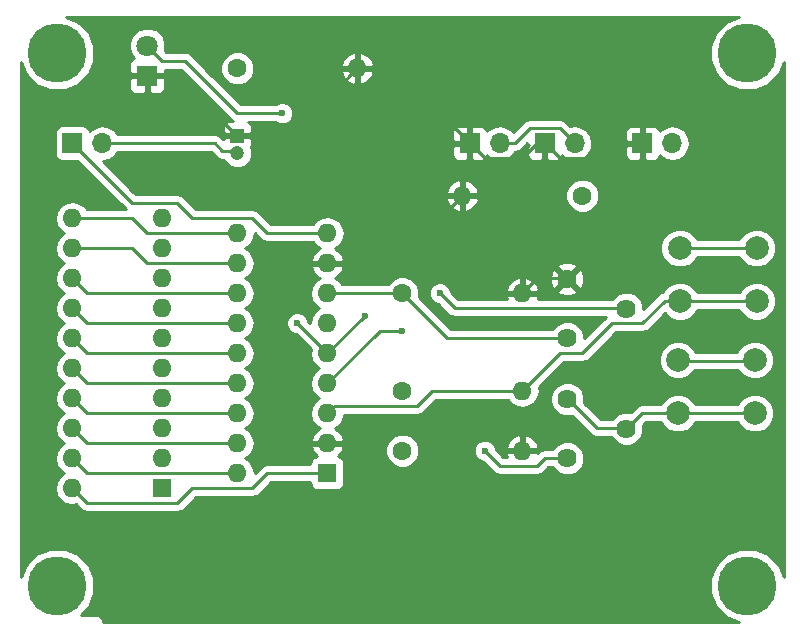
<source format=gbr>
G04 #@! TF.FileFunction,Copper,L2,Bot,Signal*
%FSLAX46Y46*%
G04 Gerber Fmt 4.6, Leading zero omitted, Abs format (unit mm)*
G04 Created by KiCad (PCBNEW 4.0.6+dfsg1-1) date Sun Nov 12 00:41:49 2017*
%MOMM*%
%LPD*%
G01*
G04 APERTURE LIST*
%ADD10C,0.100000*%
%ADD11C,5.000000*%
%ADD12R,1.200000X1.200000*%
%ADD13C,1.200000*%
%ADD14C,1.600000*%
%ADD15O,1.600000X1.600000*%
%ADD16C,1.620000*%
%ADD17R,1.600000X1.600000*%
%ADD18C,2.000000*%
%ADD19R,1.800000X1.800000*%
%ADD20C,1.800000*%
%ADD21R,1.700000X1.700000*%
%ADD22O,1.700000X1.700000*%
%ADD23C,0.600000*%
%ADD24C,0.250000*%
%ADD25C,0.254000*%
G04 APERTURE END LIST*
D10*
D11*
X102235000Y-120015000D03*
X160655000Y-120015000D03*
X160655000Y-74930000D03*
D12*
X117475000Y-81915000D03*
D13*
X117475000Y-83415000D03*
D14*
X146685000Y-86995000D03*
D15*
X136525000Y-86995000D03*
D14*
X131445000Y-103505000D03*
D15*
X141605000Y-103505000D03*
D14*
X117475000Y-76200000D03*
D15*
X127635000Y-76200000D03*
D16*
X145415000Y-104220000D03*
X150415000Y-106720000D03*
X145415000Y-109220000D03*
X145415000Y-94060000D03*
X150415000Y-96560000D03*
X145415000Y-99060000D03*
D17*
X125095000Y-110490000D03*
D15*
X117475000Y-90170000D03*
X125095000Y-107950000D03*
X117475000Y-92710000D03*
X125095000Y-105410000D03*
X117475000Y-95250000D03*
X125095000Y-102870000D03*
X117475000Y-97790000D03*
X125095000Y-100330000D03*
X117475000Y-100330000D03*
X125095000Y-97790000D03*
X117475000Y-102870000D03*
X125095000Y-95250000D03*
X117475000Y-105410000D03*
X125095000Y-92710000D03*
X117475000Y-107950000D03*
X125095000Y-90170000D03*
X117475000Y-110490000D03*
D14*
X131445000Y-95250000D03*
D15*
X141605000Y-95250000D03*
D18*
X161290000Y-100910000D03*
X161290000Y-105410000D03*
X154790000Y-100910000D03*
X154790000Y-105410000D03*
X154940000Y-95940000D03*
X154940000Y-91440000D03*
X161440000Y-95940000D03*
X161440000Y-91440000D03*
D17*
X111125000Y-111760000D03*
D15*
X103505000Y-88900000D03*
X111125000Y-109220000D03*
X103505000Y-91440000D03*
X111125000Y-106680000D03*
X103505000Y-93980000D03*
X111125000Y-104140000D03*
X103505000Y-96520000D03*
X111125000Y-101600000D03*
X103505000Y-99060000D03*
X111125000Y-99060000D03*
X103505000Y-101600000D03*
X111125000Y-96520000D03*
X103505000Y-104140000D03*
X111125000Y-93980000D03*
X103505000Y-106680000D03*
X111125000Y-91440000D03*
X103505000Y-109220000D03*
X111125000Y-88900000D03*
X103505000Y-111760000D03*
D19*
X109855000Y-76835000D03*
D20*
X109855000Y-74295000D03*
D14*
X131445000Y-108585000D03*
D15*
X141605000Y-108585000D03*
D21*
X137160000Y-82550000D03*
D22*
X139700000Y-82550000D03*
D21*
X151765000Y-82550000D03*
D22*
X154305000Y-82550000D03*
D21*
X143510000Y-82550000D03*
D22*
X146050000Y-82550000D03*
D21*
X103505000Y-82550000D03*
D22*
X106045000Y-82550000D03*
D11*
X102235000Y-74930000D03*
D23*
X131445000Y-98425000D03*
X134620000Y-95250000D03*
X121285000Y-80010000D03*
X128270000Y-97155000D03*
X138430000Y-108585000D03*
X122555000Y-97790000D03*
D24*
X137160000Y-82550000D02*
X130810000Y-76200000D01*
X130810000Y-76200000D02*
X127635000Y-76200000D01*
X136525000Y-86995000D02*
X130810000Y-92710000D01*
X130810000Y-92710000D02*
X125095000Y-92710000D01*
X127635000Y-76200000D02*
X121920000Y-81915000D01*
X121920000Y-81915000D02*
X117475000Y-81915000D01*
X117475000Y-81915000D02*
X112395000Y-76835000D01*
X112395000Y-76835000D02*
X109855000Y-76835000D01*
X141605000Y-95250000D02*
X142875000Y-93980000D01*
X142875000Y-93980000D02*
X145415000Y-93980000D01*
X145415000Y-93980000D02*
X145415000Y-94060000D01*
X143510000Y-82550000D02*
X144780000Y-83820000D01*
X144780000Y-83820000D02*
X147320000Y-83820000D01*
X147320000Y-83820000D02*
X148590000Y-82550000D01*
X148590000Y-82550000D02*
X151765000Y-82550000D01*
X137160000Y-82550000D02*
X138430000Y-83820000D01*
X138430000Y-83820000D02*
X141605000Y-83820000D01*
X141605000Y-83820000D02*
X142875000Y-82550000D01*
X142875000Y-82550000D02*
X143510000Y-82550000D01*
X125095000Y-102870000D02*
X129540000Y-98425000D01*
X129540000Y-98425000D02*
X131445000Y-98425000D01*
X134620000Y-95250000D02*
X135890000Y-96520000D01*
X135890000Y-96520000D02*
X150495000Y-96520000D01*
X150495000Y-96520000D02*
X150415000Y-96560000D01*
X145415000Y-104220000D02*
X145415000Y-104140000D01*
X145415000Y-104140000D02*
X147955000Y-106680000D01*
X147955000Y-106680000D02*
X150495000Y-106680000D01*
X150495000Y-106680000D02*
X150415000Y-106720000D01*
X150415000Y-106720000D02*
X150495000Y-106680000D01*
X150495000Y-106680000D02*
X151765000Y-105410000D01*
X151765000Y-105410000D02*
X154790000Y-105410000D01*
X154790000Y-105410000D02*
X161290000Y-105410000D01*
X161290000Y-100910000D02*
X161290000Y-100965000D01*
X161290000Y-100965000D02*
X154940000Y-100965000D01*
X154940000Y-100965000D02*
X154790000Y-100910000D01*
X146050000Y-82550000D02*
X144780000Y-81280000D01*
X144780000Y-81280000D02*
X142240000Y-81280000D01*
X142240000Y-81280000D02*
X140970000Y-82550000D01*
X140970000Y-82550000D02*
X139700000Y-82550000D01*
X131445000Y-95250000D02*
X135255000Y-99060000D01*
X135255000Y-99060000D02*
X145415000Y-99060000D01*
X131445000Y-95250000D02*
X125095000Y-95250000D01*
X117475000Y-90170000D02*
X109855000Y-90170000D01*
X109855000Y-90170000D02*
X108585000Y-88900000D01*
X108585000Y-88900000D02*
X103505000Y-88900000D01*
X117475000Y-92710000D02*
X109855000Y-92710000D01*
X109855000Y-92710000D02*
X108585000Y-91440000D01*
X108585000Y-91440000D02*
X103505000Y-91440000D01*
X103505000Y-93980000D02*
X104775000Y-95250000D01*
X104775000Y-95250000D02*
X117475000Y-95250000D01*
X103505000Y-96520000D02*
X104775000Y-97790000D01*
X104775000Y-97790000D02*
X117475000Y-97790000D01*
X103505000Y-99060000D02*
X104775000Y-100330000D01*
X104775000Y-100330000D02*
X117475000Y-100330000D01*
X103505000Y-101600000D02*
X104775000Y-102870000D01*
X104775000Y-102870000D02*
X117475000Y-102870000D01*
X103505000Y-104140000D02*
X104775000Y-105410000D01*
X104775000Y-105410000D02*
X117475000Y-105410000D01*
X103505000Y-106680000D02*
X104775000Y-107950000D01*
X104775000Y-107950000D02*
X117475000Y-107950000D01*
X103505000Y-109220000D02*
X104775000Y-110490000D01*
X104775000Y-110490000D02*
X117475000Y-110490000D01*
X103505000Y-111760000D02*
X104775000Y-113030000D01*
X104775000Y-113030000D02*
X112395000Y-113030000D01*
X112395000Y-113030000D02*
X113665000Y-111760000D01*
X113665000Y-111760000D02*
X118745000Y-111760000D01*
X118745000Y-111760000D02*
X120015000Y-110490000D01*
X120015000Y-110490000D02*
X125095000Y-110490000D01*
X109855000Y-74295000D02*
X111125000Y-75565000D01*
X111125000Y-75565000D02*
X113030000Y-75565000D01*
X113030000Y-75565000D02*
X117475000Y-80010000D01*
X117475000Y-80010000D02*
X121285000Y-80010000D01*
X154940000Y-91440000D02*
X161440000Y-91440000D01*
X141605000Y-103505000D02*
X144780000Y-100330000D01*
X144780000Y-100330000D02*
X146685000Y-100330000D01*
X146685000Y-100330000D02*
X149225000Y-97790000D01*
X149225000Y-97790000D02*
X151765000Y-97790000D01*
X151765000Y-97790000D02*
X153670000Y-95885000D01*
X153670000Y-95885000D02*
X154940000Y-95885000D01*
X154940000Y-95885000D02*
X154940000Y-95940000D01*
X125095000Y-105410000D02*
X125730000Y-104775000D01*
X125730000Y-104775000D02*
X132715000Y-104775000D01*
X132715000Y-104775000D02*
X133985000Y-103505000D01*
X133985000Y-103505000D02*
X141605000Y-103505000D01*
X117475000Y-83415000D02*
X117475000Y-83185000D01*
X117475000Y-83185000D02*
X116205000Y-83185000D01*
X116205000Y-83185000D02*
X115570000Y-82550000D01*
X115570000Y-82550000D02*
X106045000Y-82550000D01*
X154940000Y-95940000D02*
X154940000Y-95885000D01*
X154940000Y-95885000D02*
X161290000Y-95885000D01*
X161290000Y-95885000D02*
X161440000Y-95940000D01*
X103505000Y-82550000D02*
X108585000Y-87630000D01*
X108585000Y-87630000D02*
X112395000Y-87630000D01*
X112395000Y-87630000D02*
X113665000Y-88900000D01*
X113665000Y-88900000D02*
X118745000Y-88900000D01*
X118745000Y-88900000D02*
X120015000Y-90170000D01*
X120015000Y-90170000D02*
X125095000Y-90170000D01*
X125095000Y-100330000D02*
X128270000Y-97155000D01*
X138430000Y-108585000D02*
X139700000Y-109855000D01*
X139700000Y-109855000D02*
X142875000Y-109855000D01*
X142875000Y-109855000D02*
X143510000Y-109220000D01*
X143510000Y-109220000D02*
X145415000Y-109220000D01*
X125095000Y-100330000D02*
X122555000Y-97790000D01*
D25*
G36*
X158881485Y-72270727D02*
X157998826Y-73151847D01*
X157520546Y-74303674D01*
X157519457Y-75550854D01*
X157995727Y-76703515D01*
X158876847Y-77586174D01*
X160028674Y-78064454D01*
X161275854Y-78065543D01*
X162428515Y-77589273D01*
X163311174Y-76708153D01*
X163755000Y-75639301D01*
X163755000Y-119308125D01*
X163314273Y-118241485D01*
X162433153Y-117358826D01*
X161281326Y-116880546D01*
X160034146Y-116879457D01*
X158881485Y-117355727D01*
X157998826Y-118236847D01*
X157520546Y-119388674D01*
X157519457Y-120635854D01*
X157995727Y-121788515D01*
X158876847Y-122671174D01*
X159945699Y-123115000D01*
X106105081Y-123115000D01*
X106065954Y-122918295D01*
X105912046Y-122687954D01*
X105681705Y-122534046D01*
X105410000Y-122480000D01*
X104203127Y-122480000D01*
X104891174Y-121793153D01*
X105369454Y-120641326D01*
X105370543Y-119394146D01*
X104894273Y-118241485D01*
X104013153Y-117358826D01*
X102861326Y-116880546D01*
X101614146Y-116879457D01*
X100461485Y-117355727D01*
X99578826Y-118236847D01*
X99135000Y-119305699D01*
X99135000Y-81700000D01*
X102007560Y-81700000D01*
X102007560Y-83400000D01*
X102051838Y-83635317D01*
X102190910Y-83851441D01*
X102403110Y-83996431D01*
X102655000Y-84047440D01*
X103927638Y-84047440D01*
X108020198Y-88140000D01*
X104717995Y-88140000D01*
X104547811Y-87885302D01*
X104082264Y-87574233D01*
X103533113Y-87465000D01*
X103476887Y-87465000D01*
X102927736Y-87574233D01*
X102462189Y-87885302D01*
X102151120Y-88350849D01*
X102041887Y-88900000D01*
X102151120Y-89449151D01*
X102462189Y-89914698D01*
X102844275Y-90170000D01*
X102462189Y-90425302D01*
X102151120Y-90890849D01*
X102041887Y-91440000D01*
X102151120Y-91989151D01*
X102462189Y-92454698D01*
X102844275Y-92710000D01*
X102462189Y-92965302D01*
X102151120Y-93430849D01*
X102041887Y-93980000D01*
X102151120Y-94529151D01*
X102462189Y-94994698D01*
X102844275Y-95250000D01*
X102462189Y-95505302D01*
X102151120Y-95970849D01*
X102041887Y-96520000D01*
X102151120Y-97069151D01*
X102462189Y-97534698D01*
X102844275Y-97790000D01*
X102462189Y-98045302D01*
X102151120Y-98510849D01*
X102041887Y-99060000D01*
X102151120Y-99609151D01*
X102462189Y-100074698D01*
X102844275Y-100330000D01*
X102462189Y-100585302D01*
X102151120Y-101050849D01*
X102041887Y-101600000D01*
X102151120Y-102149151D01*
X102462189Y-102614698D01*
X102844275Y-102870000D01*
X102462189Y-103125302D01*
X102151120Y-103590849D01*
X102041887Y-104140000D01*
X102151120Y-104689151D01*
X102462189Y-105154698D01*
X102844275Y-105410000D01*
X102462189Y-105665302D01*
X102151120Y-106130849D01*
X102041887Y-106680000D01*
X102151120Y-107229151D01*
X102462189Y-107694698D01*
X102844275Y-107950000D01*
X102462189Y-108205302D01*
X102151120Y-108670849D01*
X102041887Y-109220000D01*
X102151120Y-109769151D01*
X102462189Y-110234698D01*
X102844275Y-110490000D01*
X102462189Y-110745302D01*
X102151120Y-111210849D01*
X102041887Y-111760000D01*
X102151120Y-112309151D01*
X102462189Y-112774698D01*
X102927736Y-113085767D01*
X103476887Y-113195000D01*
X103533113Y-113195000D01*
X103810102Y-113139904D01*
X104237599Y-113567401D01*
X104484160Y-113732148D01*
X104775000Y-113790000D01*
X112395000Y-113790000D01*
X112685839Y-113732148D01*
X112932401Y-113567401D01*
X113979802Y-112520000D01*
X118745000Y-112520000D01*
X119035839Y-112462148D01*
X119282401Y-112297401D01*
X120329802Y-111250000D01*
X123647560Y-111250000D01*
X123647560Y-111290000D01*
X123691838Y-111525317D01*
X123830910Y-111741441D01*
X124043110Y-111886431D01*
X124295000Y-111937440D01*
X125895000Y-111937440D01*
X126130317Y-111893162D01*
X126346441Y-111754090D01*
X126491431Y-111541890D01*
X126542440Y-111290000D01*
X126542440Y-109690000D01*
X126498162Y-109454683D01*
X126359090Y-109238559D01*
X126146890Y-109093569D01*
X125987384Y-109061268D01*
X126161385Y-108869187D01*
X130009752Y-108869187D01*
X130227757Y-109396800D01*
X130631077Y-109800824D01*
X131158309Y-110019750D01*
X131729187Y-110020248D01*
X132256800Y-109802243D01*
X132660824Y-109398923D01*
X132879750Y-108871691D01*
X132879838Y-108770167D01*
X137494838Y-108770167D01*
X137636883Y-109113943D01*
X137899673Y-109377192D01*
X138243201Y-109519838D01*
X138290077Y-109519879D01*
X139162599Y-110392401D01*
X139409160Y-110557148D01*
X139700000Y-110615000D01*
X142875000Y-110615000D01*
X143165839Y-110557148D01*
X143412401Y-110392401D01*
X143824802Y-109980000D01*
X144165534Y-109980000D01*
X144189275Y-110037457D01*
X144595405Y-110444297D01*
X145126311Y-110664748D01*
X145701167Y-110665250D01*
X146232457Y-110445725D01*
X146639297Y-110039595D01*
X146859748Y-109508689D01*
X146860250Y-108933833D01*
X146640725Y-108402543D01*
X146234595Y-107995703D01*
X145703689Y-107775252D01*
X145128833Y-107774750D01*
X144597543Y-107994275D01*
X144190703Y-108400405D01*
X144165957Y-108460000D01*
X143510000Y-108460000D01*
X143219161Y-108517852D01*
X142972599Y-108682599D01*
X142899127Y-108756071D01*
X142874915Y-108712000D01*
X141732000Y-108712000D01*
X141732000Y-108732000D01*
X141478000Y-108732000D01*
X141478000Y-108712000D01*
X140335085Y-108712000D01*
X140213096Y-108934039D01*
X140279764Y-109095000D01*
X140014802Y-109095000D01*
X139365122Y-108445320D01*
X139365162Y-108399833D01*
X139297452Y-108235961D01*
X140213096Y-108235961D01*
X140335085Y-108458000D01*
X141478000Y-108458000D01*
X141478000Y-107314371D01*
X141732000Y-107314371D01*
X141732000Y-108458000D01*
X142874915Y-108458000D01*
X142996904Y-108235961D01*
X142836041Y-107847577D01*
X142460134Y-107432611D01*
X141954041Y-107193086D01*
X141732000Y-107314371D01*
X141478000Y-107314371D01*
X141255959Y-107193086D01*
X140749866Y-107432611D01*
X140373959Y-107847577D01*
X140213096Y-108235961D01*
X139297452Y-108235961D01*
X139223117Y-108056057D01*
X138960327Y-107792808D01*
X138616799Y-107650162D01*
X138244833Y-107649838D01*
X137901057Y-107791883D01*
X137637808Y-108054673D01*
X137495162Y-108398201D01*
X137494838Y-108770167D01*
X132879838Y-108770167D01*
X132880248Y-108300813D01*
X132662243Y-107773200D01*
X132258923Y-107369176D01*
X131731691Y-107150250D01*
X131160813Y-107149752D01*
X130633200Y-107367757D01*
X130229176Y-107771077D01*
X130010250Y-108298309D01*
X130009752Y-108869187D01*
X126161385Y-108869187D01*
X126326041Y-108687423D01*
X126486904Y-108299039D01*
X126364915Y-108077000D01*
X125222000Y-108077000D01*
X125222000Y-108097000D01*
X124968000Y-108097000D01*
X124968000Y-108077000D01*
X123825085Y-108077000D01*
X123703096Y-108299039D01*
X123863959Y-108687423D01*
X124201590Y-109060136D01*
X124059683Y-109086838D01*
X123843559Y-109225910D01*
X123698569Y-109438110D01*
X123647560Y-109690000D01*
X123647560Y-109730000D01*
X120015000Y-109730000D01*
X119724160Y-109787852D01*
X119477599Y-109952599D01*
X118937595Y-110492603D01*
X118938113Y-110490000D01*
X118828880Y-109940849D01*
X118517811Y-109475302D01*
X118135725Y-109220000D01*
X118517811Y-108964698D01*
X118828880Y-108499151D01*
X118938113Y-107950000D01*
X118828880Y-107400849D01*
X118517811Y-106935302D01*
X118135725Y-106680000D01*
X118517811Y-106424698D01*
X118828880Y-105959151D01*
X118938113Y-105410000D01*
X118828880Y-104860849D01*
X118517811Y-104395302D01*
X118135725Y-104140000D01*
X118517811Y-103884698D01*
X118828880Y-103419151D01*
X118938113Y-102870000D01*
X118828880Y-102320849D01*
X118517811Y-101855302D01*
X118135725Y-101600000D01*
X118517811Y-101344698D01*
X118828880Y-100879151D01*
X118938113Y-100330000D01*
X118828880Y-99780849D01*
X118517811Y-99315302D01*
X118135725Y-99060000D01*
X118517811Y-98804698D01*
X118828880Y-98339151D01*
X118901280Y-97975167D01*
X121619838Y-97975167D01*
X121761883Y-98318943D01*
X122024673Y-98582192D01*
X122368201Y-98724838D01*
X122415077Y-98724879D01*
X123696312Y-100006114D01*
X123631887Y-100330000D01*
X123741120Y-100879151D01*
X124052189Y-101344698D01*
X124434275Y-101600000D01*
X124052189Y-101855302D01*
X123741120Y-102320849D01*
X123631887Y-102870000D01*
X123741120Y-103419151D01*
X124052189Y-103884698D01*
X124434275Y-104140000D01*
X124052189Y-104395302D01*
X123741120Y-104860849D01*
X123631887Y-105410000D01*
X123741120Y-105959151D01*
X124052189Y-106424698D01*
X124456703Y-106694986D01*
X124239866Y-106797611D01*
X123863959Y-107212577D01*
X123703096Y-107600961D01*
X123825085Y-107823000D01*
X124968000Y-107823000D01*
X124968000Y-107803000D01*
X125222000Y-107803000D01*
X125222000Y-107823000D01*
X126364915Y-107823000D01*
X126486904Y-107600961D01*
X126326041Y-107212577D01*
X125950134Y-106797611D01*
X125733297Y-106694986D01*
X126137811Y-106424698D01*
X126448880Y-105959151D01*
X126533249Y-105535000D01*
X132715000Y-105535000D01*
X133005839Y-105477148D01*
X133252401Y-105312401D01*
X134299802Y-104265000D01*
X140392005Y-104265000D01*
X140562189Y-104519698D01*
X141027736Y-104830767D01*
X141576887Y-104940000D01*
X141633113Y-104940000D01*
X142182264Y-104830767D01*
X142647811Y-104519698D01*
X142656852Y-104506167D01*
X143969750Y-104506167D01*
X144189275Y-105037457D01*
X144595405Y-105444297D01*
X145126311Y-105664748D01*
X145701167Y-105665250D01*
X145817415Y-105617217D01*
X147417599Y-107217401D01*
X147664160Y-107382148D01*
X147712414Y-107391746D01*
X147955000Y-107440000D01*
X149149007Y-107440000D01*
X149189275Y-107537457D01*
X149595405Y-107944297D01*
X150126311Y-108164748D01*
X150701167Y-108165250D01*
X151232457Y-107945725D01*
X151639297Y-107539595D01*
X151859748Y-107008689D01*
X151860250Y-106433833D01*
X151847303Y-106402499D01*
X152079802Y-106170000D01*
X153334953Y-106170000D01*
X153403106Y-106334943D01*
X153862637Y-106795278D01*
X154463352Y-107044716D01*
X155113795Y-107045284D01*
X155714943Y-106796894D01*
X156175278Y-106337363D01*
X156244773Y-106170000D01*
X159834953Y-106170000D01*
X159903106Y-106334943D01*
X160362637Y-106795278D01*
X160963352Y-107044716D01*
X161613795Y-107045284D01*
X162214943Y-106796894D01*
X162675278Y-106337363D01*
X162924716Y-105736648D01*
X162925284Y-105086205D01*
X162676894Y-104485057D01*
X162217363Y-104024722D01*
X161616648Y-103775284D01*
X160966205Y-103774716D01*
X160365057Y-104023106D01*
X159904722Y-104482637D01*
X159835227Y-104650000D01*
X156245047Y-104650000D01*
X156176894Y-104485057D01*
X155717363Y-104024722D01*
X155116648Y-103775284D01*
X154466205Y-103774716D01*
X153865057Y-104023106D01*
X153404722Y-104482637D01*
X153335227Y-104650000D01*
X151765000Y-104650000D01*
X151474160Y-104707852D01*
X151227599Y-104872599D01*
X150789369Y-105310829D01*
X150703689Y-105275252D01*
X150128833Y-105274750D01*
X149597543Y-105494275D01*
X149190703Y-105900405D01*
X149182566Y-105920000D01*
X148269802Y-105920000D01*
X146859379Y-104509577D01*
X146859748Y-104508689D01*
X146860250Y-103933833D01*
X146640725Y-103402543D01*
X146234595Y-102995703D01*
X145703689Y-102775252D01*
X145128833Y-102774750D01*
X144597543Y-102994275D01*
X144190703Y-103400405D01*
X143970252Y-103931311D01*
X143969750Y-104506167D01*
X142656852Y-104506167D01*
X142958880Y-104054151D01*
X143068113Y-103505000D01*
X143003688Y-103181114D01*
X144951007Y-101233795D01*
X153154716Y-101233795D01*
X153403106Y-101834943D01*
X153862637Y-102295278D01*
X154463352Y-102544716D01*
X155113795Y-102545284D01*
X155714943Y-102296894D01*
X156175278Y-101837363D01*
X156221935Y-101725000D01*
X159857678Y-101725000D01*
X159903106Y-101834943D01*
X160362637Y-102295278D01*
X160963352Y-102544716D01*
X161613795Y-102545284D01*
X162214943Y-102296894D01*
X162675278Y-101837363D01*
X162924716Y-101236648D01*
X162925284Y-100586205D01*
X162676894Y-99985057D01*
X162217363Y-99524722D01*
X161616648Y-99275284D01*
X160966205Y-99274716D01*
X160365057Y-99523106D01*
X159904722Y-99982637D01*
X159812389Y-100205000D01*
X156267773Y-100205000D01*
X156176894Y-99985057D01*
X155717363Y-99524722D01*
X155116648Y-99275284D01*
X154466205Y-99274716D01*
X153865057Y-99523106D01*
X153404722Y-99982637D01*
X153155284Y-100583352D01*
X153154716Y-101233795D01*
X144951007Y-101233795D01*
X145094802Y-101090000D01*
X146685000Y-101090000D01*
X146975839Y-101032148D01*
X147222401Y-100867401D01*
X149539802Y-98550000D01*
X151765000Y-98550000D01*
X152055839Y-98492148D01*
X152302401Y-98327401D01*
X153658890Y-96970912D01*
X154012637Y-97325278D01*
X154613352Y-97574716D01*
X155263795Y-97575284D01*
X155864943Y-97326894D01*
X156325278Y-96867363D01*
X156417611Y-96645000D01*
X159962227Y-96645000D01*
X160053106Y-96864943D01*
X160512637Y-97325278D01*
X161113352Y-97574716D01*
X161763795Y-97575284D01*
X162364943Y-97326894D01*
X162825278Y-96867363D01*
X163074716Y-96266648D01*
X163075284Y-95616205D01*
X162826894Y-95015057D01*
X162367363Y-94554722D01*
X161766648Y-94305284D01*
X161116205Y-94304716D01*
X160515057Y-94553106D01*
X160054722Y-95012637D01*
X160008065Y-95125000D01*
X156372322Y-95125000D01*
X156326894Y-95015057D01*
X155867363Y-94554722D01*
X155266648Y-94305284D01*
X154616205Y-94304716D01*
X154015057Y-94553106D01*
X153554722Y-95012637D01*
X153493486Y-95160111D01*
X153379161Y-95182852D01*
X153132599Y-95347599D01*
X151859947Y-96620251D01*
X151860250Y-96273833D01*
X151640725Y-95742543D01*
X151234595Y-95335703D01*
X150703689Y-95115252D01*
X150128833Y-95114750D01*
X149597543Y-95334275D01*
X149190703Y-95740405D01*
X149182566Y-95760000D01*
X142930236Y-95760000D01*
X142996904Y-95599039D01*
X142874915Y-95377000D01*
X141732000Y-95377000D01*
X141732000Y-95397000D01*
X141478000Y-95397000D01*
X141478000Y-95377000D01*
X140335085Y-95377000D01*
X140213096Y-95599039D01*
X140279764Y-95760000D01*
X136204802Y-95760000D01*
X135555122Y-95110320D01*
X135555162Y-95064833D01*
X135487452Y-94900961D01*
X140213096Y-94900961D01*
X140335085Y-95123000D01*
X141478000Y-95123000D01*
X141478000Y-93979371D01*
X141732000Y-93979371D01*
X141732000Y-95123000D01*
X142874915Y-95123000D01*
X142901292Y-95074988D01*
X144579617Y-95074988D01*
X144654980Y-95322144D01*
X145195834Y-95516916D01*
X145770055Y-95489886D01*
X146175020Y-95322144D01*
X146250383Y-95074988D01*
X145415000Y-94239605D01*
X144579617Y-95074988D01*
X142901292Y-95074988D01*
X142996904Y-94900961D01*
X142836041Y-94512577D01*
X142460134Y-94097611D01*
X141954041Y-93858086D01*
X141732000Y-93979371D01*
X141478000Y-93979371D01*
X141255959Y-93858086D01*
X140749866Y-94097611D01*
X140373959Y-94512577D01*
X140213096Y-94900961D01*
X135487452Y-94900961D01*
X135413117Y-94721057D01*
X135150327Y-94457808D01*
X134806799Y-94315162D01*
X134434833Y-94314838D01*
X134091057Y-94456883D01*
X133827808Y-94719673D01*
X133685162Y-95063201D01*
X133684838Y-95435167D01*
X133826883Y-95778943D01*
X134089673Y-96042192D01*
X134433201Y-96184838D01*
X134480077Y-96184879D01*
X135352599Y-97057401D01*
X135599160Y-97222148D01*
X135890000Y-97280000D01*
X148660198Y-97280000D01*
X146859982Y-99080216D01*
X146860250Y-98773833D01*
X146640725Y-98242543D01*
X146234595Y-97835703D01*
X145703689Y-97615252D01*
X145128833Y-97614750D01*
X144597543Y-97834275D01*
X144190703Y-98240405D01*
X144165957Y-98300000D01*
X135569802Y-98300000D01*
X132858256Y-95588454D01*
X132879750Y-95536691D01*
X132880248Y-94965813D01*
X132662243Y-94438200D01*
X132258923Y-94034176D01*
X131793305Y-93840834D01*
X143958084Y-93840834D01*
X143985114Y-94415055D01*
X144152856Y-94820020D01*
X144400012Y-94895383D01*
X145235395Y-94060000D01*
X145594605Y-94060000D01*
X146429988Y-94895383D01*
X146677144Y-94820020D01*
X146871916Y-94279166D01*
X146844886Y-93704945D01*
X146677144Y-93299980D01*
X146429988Y-93224617D01*
X145594605Y-94060000D01*
X145235395Y-94060000D01*
X144400012Y-93224617D01*
X144152856Y-93299980D01*
X143958084Y-93840834D01*
X131793305Y-93840834D01*
X131731691Y-93815250D01*
X131160813Y-93814752D01*
X130633200Y-94032757D01*
X130229176Y-94436077D01*
X130206785Y-94490000D01*
X126307995Y-94490000D01*
X126137811Y-94235302D01*
X125733297Y-93965014D01*
X125950134Y-93862389D01*
X126326041Y-93447423D01*
X126486904Y-93059039D01*
X126479198Y-93045012D01*
X144579617Y-93045012D01*
X145415000Y-93880395D01*
X146250383Y-93045012D01*
X146175020Y-92797856D01*
X145634166Y-92603084D01*
X145059945Y-92630114D01*
X144654980Y-92797856D01*
X144579617Y-93045012D01*
X126479198Y-93045012D01*
X126364915Y-92837000D01*
X125222000Y-92837000D01*
X125222000Y-92857000D01*
X124968000Y-92857000D01*
X124968000Y-92837000D01*
X123825085Y-92837000D01*
X123703096Y-93059039D01*
X123863959Y-93447423D01*
X124239866Y-93862389D01*
X124456703Y-93965014D01*
X124052189Y-94235302D01*
X123741120Y-94700849D01*
X123631887Y-95250000D01*
X123741120Y-95799151D01*
X124052189Y-96264698D01*
X124434275Y-96520000D01*
X124052189Y-96775302D01*
X123741120Y-97240849D01*
X123631887Y-97790000D01*
X123632405Y-97792603D01*
X123490122Y-97650320D01*
X123490162Y-97604833D01*
X123348117Y-97261057D01*
X123085327Y-96997808D01*
X122741799Y-96855162D01*
X122369833Y-96854838D01*
X122026057Y-96996883D01*
X121762808Y-97259673D01*
X121620162Y-97603201D01*
X121619838Y-97975167D01*
X118901280Y-97975167D01*
X118938113Y-97790000D01*
X118828880Y-97240849D01*
X118517811Y-96775302D01*
X118135725Y-96520000D01*
X118517811Y-96264698D01*
X118828880Y-95799151D01*
X118938113Y-95250000D01*
X118828880Y-94700849D01*
X118517811Y-94235302D01*
X118135725Y-93980000D01*
X118517811Y-93724698D01*
X118828880Y-93259151D01*
X118938113Y-92710000D01*
X118828880Y-92160849D01*
X118517811Y-91695302D01*
X118135725Y-91440000D01*
X118517811Y-91184698D01*
X118828880Y-90719151D01*
X118938113Y-90170000D01*
X118937595Y-90167397D01*
X119477599Y-90707401D01*
X119724160Y-90872148D01*
X120015000Y-90930000D01*
X123882005Y-90930000D01*
X124052189Y-91184698D01*
X124456703Y-91454986D01*
X124239866Y-91557611D01*
X123863959Y-91972577D01*
X123703096Y-92360961D01*
X123825085Y-92583000D01*
X124968000Y-92583000D01*
X124968000Y-92563000D01*
X125222000Y-92563000D01*
X125222000Y-92583000D01*
X126364915Y-92583000D01*
X126486904Y-92360961D01*
X126326041Y-91972577D01*
X126136911Y-91763795D01*
X153304716Y-91763795D01*
X153553106Y-92364943D01*
X154012637Y-92825278D01*
X154613352Y-93074716D01*
X155263795Y-93075284D01*
X155864943Y-92826894D01*
X156325278Y-92367363D01*
X156394773Y-92200000D01*
X159984953Y-92200000D01*
X160053106Y-92364943D01*
X160512637Y-92825278D01*
X161113352Y-93074716D01*
X161763795Y-93075284D01*
X162364943Y-92826894D01*
X162825278Y-92367363D01*
X163074716Y-91766648D01*
X163075284Y-91116205D01*
X162826894Y-90515057D01*
X162367363Y-90054722D01*
X161766648Y-89805284D01*
X161116205Y-89804716D01*
X160515057Y-90053106D01*
X160054722Y-90512637D01*
X159985227Y-90680000D01*
X156395047Y-90680000D01*
X156326894Y-90515057D01*
X155867363Y-90054722D01*
X155266648Y-89805284D01*
X154616205Y-89804716D01*
X154015057Y-90053106D01*
X153554722Y-90512637D01*
X153305284Y-91113352D01*
X153304716Y-91763795D01*
X126136911Y-91763795D01*
X125950134Y-91557611D01*
X125733297Y-91454986D01*
X126137811Y-91184698D01*
X126448880Y-90719151D01*
X126558113Y-90170000D01*
X126448880Y-89620849D01*
X126137811Y-89155302D01*
X125672264Y-88844233D01*
X125123113Y-88735000D01*
X125066887Y-88735000D01*
X124517736Y-88844233D01*
X124052189Y-89155302D01*
X123882005Y-89410000D01*
X120329802Y-89410000D01*
X119282401Y-88362599D01*
X119035839Y-88197852D01*
X118745000Y-88140000D01*
X113979802Y-88140000D01*
X113183841Y-87344039D01*
X135133096Y-87344039D01*
X135293959Y-87732423D01*
X135669866Y-88147389D01*
X136175959Y-88386914D01*
X136398000Y-88265629D01*
X136398000Y-87122000D01*
X136652000Y-87122000D01*
X136652000Y-88265629D01*
X136874041Y-88386914D01*
X137380134Y-88147389D01*
X137756041Y-87732423D01*
X137916904Y-87344039D01*
X137881275Y-87279187D01*
X145249752Y-87279187D01*
X145467757Y-87806800D01*
X145871077Y-88210824D01*
X146398309Y-88429750D01*
X146969187Y-88430248D01*
X147496800Y-88212243D01*
X147900824Y-87808923D01*
X148119750Y-87281691D01*
X148120248Y-86710813D01*
X147902243Y-86183200D01*
X147498923Y-85779176D01*
X146971691Y-85560250D01*
X146400813Y-85559752D01*
X145873200Y-85777757D01*
X145469176Y-86181077D01*
X145250250Y-86708309D01*
X145249752Y-87279187D01*
X137881275Y-87279187D01*
X137794915Y-87122000D01*
X136652000Y-87122000D01*
X136398000Y-87122000D01*
X135255085Y-87122000D01*
X135133096Y-87344039D01*
X113183841Y-87344039D01*
X112932401Y-87092599D01*
X112685839Y-86927852D01*
X112395000Y-86870000D01*
X108899802Y-86870000D01*
X108675763Y-86645961D01*
X135133096Y-86645961D01*
X135255085Y-86868000D01*
X136398000Y-86868000D01*
X136398000Y-85724371D01*
X136652000Y-85724371D01*
X136652000Y-86868000D01*
X137794915Y-86868000D01*
X137916904Y-86645961D01*
X137756041Y-86257577D01*
X137380134Y-85842611D01*
X136874041Y-85603086D01*
X136652000Y-85724371D01*
X136398000Y-85724371D01*
X136175959Y-85603086D01*
X135669866Y-85842611D01*
X135293959Y-86257577D01*
X135133096Y-86645961D01*
X108675763Y-86645961D01*
X106085783Y-84055981D01*
X106613285Y-83951054D01*
X107095054Y-83629147D01*
X107308301Y-83310000D01*
X115255198Y-83310000D01*
X115667599Y-83722401D01*
X115914161Y-83887148D01*
X116205000Y-83945000D01*
X116357720Y-83945000D01*
X116427408Y-84113657D01*
X116774515Y-84461371D01*
X117228266Y-84649785D01*
X117719579Y-84650214D01*
X118173657Y-84462592D01*
X118521371Y-84115485D01*
X118709785Y-83661734D01*
X118710214Y-83170421D01*
X118595422Y-82892603D01*
X118613327Y-82874698D01*
X118629459Y-82835750D01*
X135675000Y-82835750D01*
X135675000Y-83526309D01*
X135771673Y-83759698D01*
X135950301Y-83938327D01*
X136183690Y-84035000D01*
X136874250Y-84035000D01*
X137033000Y-83876250D01*
X137033000Y-82677000D01*
X135833750Y-82677000D01*
X135675000Y-82835750D01*
X118629459Y-82835750D01*
X118710000Y-82641309D01*
X118710000Y-82200750D01*
X118551250Y-82042000D01*
X117602000Y-82042000D01*
X117602000Y-82062000D01*
X117348000Y-82062000D01*
X117348000Y-82042000D01*
X116398750Y-82042000D01*
X116267776Y-82172974D01*
X116107401Y-82012599D01*
X115860839Y-81847852D01*
X115570000Y-81790000D01*
X107308301Y-81790000D01*
X107095054Y-81470853D01*
X106613285Y-81148946D01*
X106045000Y-81035907D01*
X105476715Y-81148946D01*
X104994946Y-81470853D01*
X104967150Y-81512452D01*
X104958162Y-81464683D01*
X104819090Y-81248559D01*
X104606890Y-81103569D01*
X104355000Y-81052560D01*
X102655000Y-81052560D01*
X102419683Y-81096838D01*
X102203559Y-81235910D01*
X102058569Y-81448110D01*
X102007560Y-81700000D01*
X99135000Y-81700000D01*
X99135000Y-75636875D01*
X99575727Y-76703515D01*
X100456847Y-77586174D01*
X101608674Y-78064454D01*
X102855854Y-78065543D01*
X104008515Y-77589273D01*
X104477856Y-77120750D01*
X108320000Y-77120750D01*
X108320000Y-77861309D01*
X108416673Y-78094698D01*
X108595301Y-78273327D01*
X108828690Y-78370000D01*
X109569250Y-78370000D01*
X109728000Y-78211250D01*
X109728000Y-76962000D01*
X109982000Y-76962000D01*
X109982000Y-78211250D01*
X110140750Y-78370000D01*
X110881310Y-78370000D01*
X111114699Y-78273327D01*
X111293327Y-78094698D01*
X111390000Y-77861309D01*
X111390000Y-77120750D01*
X111231250Y-76962000D01*
X109982000Y-76962000D01*
X109728000Y-76962000D01*
X108478750Y-76962000D01*
X108320000Y-77120750D01*
X104477856Y-77120750D01*
X104891174Y-76708153D01*
X105369454Y-75556326D01*
X105370289Y-74598991D01*
X108319735Y-74598991D01*
X108552932Y-75163371D01*
X108730092Y-75340841D01*
X108595301Y-75396673D01*
X108416673Y-75575302D01*
X108320000Y-75808691D01*
X108320000Y-76549250D01*
X108478750Y-76708000D01*
X109728000Y-76708000D01*
X109728000Y-76688000D01*
X109982000Y-76688000D01*
X109982000Y-76708000D01*
X111231250Y-76708000D01*
X111390000Y-76549250D01*
X111390000Y-76325000D01*
X112715198Y-76325000D01*
X116937599Y-80547401D01*
X117136047Y-80680000D01*
X116748690Y-80680000D01*
X116515301Y-80776673D01*
X116336673Y-80955302D01*
X116240000Y-81188691D01*
X116240000Y-81629250D01*
X116398750Y-81788000D01*
X117348000Y-81788000D01*
X117348000Y-81768000D01*
X117602000Y-81768000D01*
X117602000Y-81788000D01*
X118551250Y-81788000D01*
X118710000Y-81629250D01*
X118710000Y-81573691D01*
X135675000Y-81573691D01*
X135675000Y-82264250D01*
X135833750Y-82423000D01*
X137033000Y-82423000D01*
X137033000Y-81223750D01*
X137287000Y-81223750D01*
X137287000Y-82423000D01*
X137307000Y-82423000D01*
X137307000Y-82677000D01*
X137287000Y-82677000D01*
X137287000Y-83876250D01*
X137445750Y-84035000D01*
X138136310Y-84035000D01*
X138369699Y-83938327D01*
X138548327Y-83759698D01*
X138620597Y-83585223D01*
X138649946Y-83629147D01*
X139131715Y-83951054D01*
X139700000Y-84064093D01*
X140268285Y-83951054D01*
X140750054Y-83629147D01*
X140963301Y-83310000D01*
X140970000Y-83310000D01*
X141260839Y-83252148D01*
X141507401Y-83087401D01*
X142025000Y-82569802D01*
X142025000Y-82677002D01*
X142183748Y-82677002D01*
X142025000Y-82835750D01*
X142025000Y-83526309D01*
X142121673Y-83759698D01*
X142300301Y-83938327D01*
X142533690Y-84035000D01*
X143224250Y-84035000D01*
X143383000Y-83876250D01*
X143383000Y-82677000D01*
X143363000Y-82677000D01*
X143363000Y-82423000D01*
X143383000Y-82423000D01*
X143383000Y-82403000D01*
X143637000Y-82403000D01*
X143637000Y-82423000D01*
X143657000Y-82423000D01*
X143657000Y-82677000D01*
X143637000Y-82677000D01*
X143637000Y-83876250D01*
X143795750Y-84035000D01*
X144486310Y-84035000D01*
X144719699Y-83938327D01*
X144898327Y-83759698D01*
X144970597Y-83585223D01*
X144999946Y-83629147D01*
X145481715Y-83951054D01*
X146050000Y-84064093D01*
X146618285Y-83951054D01*
X147100054Y-83629147D01*
X147421961Y-83147378D01*
X147483947Y-82835750D01*
X150280000Y-82835750D01*
X150280000Y-83526309D01*
X150376673Y-83759698D01*
X150555301Y-83938327D01*
X150788690Y-84035000D01*
X151479250Y-84035000D01*
X151638000Y-83876250D01*
X151638000Y-82677000D01*
X150438750Y-82677000D01*
X150280000Y-82835750D01*
X147483947Y-82835750D01*
X147535000Y-82579093D01*
X147535000Y-82520907D01*
X147421961Y-81952622D01*
X147168768Y-81573691D01*
X150280000Y-81573691D01*
X150280000Y-82264250D01*
X150438750Y-82423000D01*
X151638000Y-82423000D01*
X151638000Y-81223750D01*
X151892000Y-81223750D01*
X151892000Y-82423000D01*
X151912000Y-82423000D01*
X151912000Y-82677000D01*
X151892000Y-82677000D01*
X151892000Y-83876250D01*
X152050750Y-84035000D01*
X152741310Y-84035000D01*
X152974699Y-83938327D01*
X153153327Y-83759698D01*
X153225597Y-83585223D01*
X153254946Y-83629147D01*
X153736715Y-83951054D01*
X154305000Y-84064093D01*
X154873285Y-83951054D01*
X155355054Y-83629147D01*
X155676961Y-83147378D01*
X155790000Y-82579093D01*
X155790000Y-82520907D01*
X155676961Y-81952622D01*
X155355054Y-81470853D01*
X154873285Y-81148946D01*
X154305000Y-81035907D01*
X153736715Y-81148946D01*
X153254946Y-81470853D01*
X153225597Y-81514777D01*
X153153327Y-81340302D01*
X152974699Y-81161673D01*
X152741310Y-81065000D01*
X152050750Y-81065000D01*
X151892000Y-81223750D01*
X151638000Y-81223750D01*
X151479250Y-81065000D01*
X150788690Y-81065000D01*
X150555301Y-81161673D01*
X150376673Y-81340302D01*
X150280000Y-81573691D01*
X147168768Y-81573691D01*
X147100054Y-81470853D01*
X146618285Y-81148946D01*
X146050000Y-81035907D01*
X145683592Y-81108790D01*
X145317401Y-80742599D01*
X145070839Y-80577852D01*
X144780000Y-80520000D01*
X142240000Y-80520000D01*
X141949160Y-80577852D01*
X141702599Y-80742599D01*
X140839892Y-81605306D01*
X140750054Y-81470853D01*
X140268285Y-81148946D01*
X139700000Y-81035907D01*
X139131715Y-81148946D01*
X138649946Y-81470853D01*
X138620597Y-81514777D01*
X138548327Y-81340302D01*
X138369699Y-81161673D01*
X138136310Y-81065000D01*
X137445750Y-81065000D01*
X137287000Y-81223750D01*
X137033000Y-81223750D01*
X136874250Y-81065000D01*
X136183690Y-81065000D01*
X135950301Y-81161673D01*
X135771673Y-81340302D01*
X135675000Y-81573691D01*
X118710000Y-81573691D01*
X118710000Y-81188691D01*
X118613327Y-80955302D01*
X118434699Y-80776673D01*
X118418589Y-80770000D01*
X120722537Y-80770000D01*
X120754673Y-80802192D01*
X121098201Y-80944838D01*
X121470167Y-80945162D01*
X121813943Y-80803117D01*
X122077192Y-80540327D01*
X122219838Y-80196799D01*
X122220162Y-79824833D01*
X122078117Y-79481057D01*
X121815327Y-79217808D01*
X121471799Y-79075162D01*
X121099833Y-79074838D01*
X120756057Y-79216883D01*
X120722882Y-79250000D01*
X117789802Y-79250000D01*
X115023989Y-76484187D01*
X116039752Y-76484187D01*
X116257757Y-77011800D01*
X116661077Y-77415824D01*
X117188309Y-77634750D01*
X117759187Y-77635248D01*
X118286800Y-77417243D01*
X118690824Y-77013923D01*
X118883860Y-76549039D01*
X126243096Y-76549039D01*
X126403959Y-76937423D01*
X126779866Y-77352389D01*
X127285959Y-77591914D01*
X127508000Y-77470629D01*
X127508000Y-76327000D01*
X127762000Y-76327000D01*
X127762000Y-77470629D01*
X127984041Y-77591914D01*
X128490134Y-77352389D01*
X128866041Y-76937423D01*
X129026904Y-76549039D01*
X128904915Y-76327000D01*
X127762000Y-76327000D01*
X127508000Y-76327000D01*
X126365085Y-76327000D01*
X126243096Y-76549039D01*
X118883860Y-76549039D01*
X118909750Y-76486691D01*
X118910248Y-75915813D01*
X118883452Y-75850961D01*
X126243096Y-75850961D01*
X126365085Y-76073000D01*
X127508000Y-76073000D01*
X127508000Y-74929371D01*
X127762000Y-74929371D01*
X127762000Y-76073000D01*
X128904915Y-76073000D01*
X129026904Y-75850961D01*
X128866041Y-75462577D01*
X128490134Y-75047611D01*
X127984041Y-74808086D01*
X127762000Y-74929371D01*
X127508000Y-74929371D01*
X127285959Y-74808086D01*
X126779866Y-75047611D01*
X126403959Y-75462577D01*
X126243096Y-75850961D01*
X118883452Y-75850961D01*
X118692243Y-75388200D01*
X118288923Y-74984176D01*
X117761691Y-74765250D01*
X117190813Y-74764752D01*
X116663200Y-74982757D01*
X116259176Y-75386077D01*
X116040250Y-75913309D01*
X116039752Y-76484187D01*
X115023989Y-76484187D01*
X113567401Y-75027599D01*
X113320839Y-74862852D01*
X113030000Y-74805000D01*
X111439802Y-74805000D01*
X111344766Y-74709964D01*
X111389733Y-74601670D01*
X111390265Y-73991009D01*
X111157068Y-73426629D01*
X110725643Y-72994449D01*
X110161670Y-72760267D01*
X109551009Y-72759735D01*
X108986629Y-72992932D01*
X108554449Y-73424357D01*
X108320267Y-73988330D01*
X108319735Y-74598991D01*
X105370289Y-74598991D01*
X105370543Y-74309146D01*
X104894273Y-73156485D01*
X104013153Y-72273826D01*
X102944301Y-71830000D01*
X159948125Y-71830000D01*
X158881485Y-72270727D01*
X158881485Y-72270727D01*
G37*
X158881485Y-72270727D02*
X157998826Y-73151847D01*
X157520546Y-74303674D01*
X157519457Y-75550854D01*
X157995727Y-76703515D01*
X158876847Y-77586174D01*
X160028674Y-78064454D01*
X161275854Y-78065543D01*
X162428515Y-77589273D01*
X163311174Y-76708153D01*
X163755000Y-75639301D01*
X163755000Y-119308125D01*
X163314273Y-118241485D01*
X162433153Y-117358826D01*
X161281326Y-116880546D01*
X160034146Y-116879457D01*
X158881485Y-117355727D01*
X157998826Y-118236847D01*
X157520546Y-119388674D01*
X157519457Y-120635854D01*
X157995727Y-121788515D01*
X158876847Y-122671174D01*
X159945699Y-123115000D01*
X106105081Y-123115000D01*
X106065954Y-122918295D01*
X105912046Y-122687954D01*
X105681705Y-122534046D01*
X105410000Y-122480000D01*
X104203127Y-122480000D01*
X104891174Y-121793153D01*
X105369454Y-120641326D01*
X105370543Y-119394146D01*
X104894273Y-118241485D01*
X104013153Y-117358826D01*
X102861326Y-116880546D01*
X101614146Y-116879457D01*
X100461485Y-117355727D01*
X99578826Y-118236847D01*
X99135000Y-119305699D01*
X99135000Y-81700000D01*
X102007560Y-81700000D01*
X102007560Y-83400000D01*
X102051838Y-83635317D01*
X102190910Y-83851441D01*
X102403110Y-83996431D01*
X102655000Y-84047440D01*
X103927638Y-84047440D01*
X108020198Y-88140000D01*
X104717995Y-88140000D01*
X104547811Y-87885302D01*
X104082264Y-87574233D01*
X103533113Y-87465000D01*
X103476887Y-87465000D01*
X102927736Y-87574233D01*
X102462189Y-87885302D01*
X102151120Y-88350849D01*
X102041887Y-88900000D01*
X102151120Y-89449151D01*
X102462189Y-89914698D01*
X102844275Y-90170000D01*
X102462189Y-90425302D01*
X102151120Y-90890849D01*
X102041887Y-91440000D01*
X102151120Y-91989151D01*
X102462189Y-92454698D01*
X102844275Y-92710000D01*
X102462189Y-92965302D01*
X102151120Y-93430849D01*
X102041887Y-93980000D01*
X102151120Y-94529151D01*
X102462189Y-94994698D01*
X102844275Y-95250000D01*
X102462189Y-95505302D01*
X102151120Y-95970849D01*
X102041887Y-96520000D01*
X102151120Y-97069151D01*
X102462189Y-97534698D01*
X102844275Y-97790000D01*
X102462189Y-98045302D01*
X102151120Y-98510849D01*
X102041887Y-99060000D01*
X102151120Y-99609151D01*
X102462189Y-100074698D01*
X102844275Y-100330000D01*
X102462189Y-100585302D01*
X102151120Y-101050849D01*
X102041887Y-101600000D01*
X102151120Y-102149151D01*
X102462189Y-102614698D01*
X102844275Y-102870000D01*
X102462189Y-103125302D01*
X102151120Y-103590849D01*
X102041887Y-104140000D01*
X102151120Y-104689151D01*
X102462189Y-105154698D01*
X102844275Y-105410000D01*
X102462189Y-105665302D01*
X102151120Y-106130849D01*
X102041887Y-106680000D01*
X102151120Y-107229151D01*
X102462189Y-107694698D01*
X102844275Y-107950000D01*
X102462189Y-108205302D01*
X102151120Y-108670849D01*
X102041887Y-109220000D01*
X102151120Y-109769151D01*
X102462189Y-110234698D01*
X102844275Y-110490000D01*
X102462189Y-110745302D01*
X102151120Y-111210849D01*
X102041887Y-111760000D01*
X102151120Y-112309151D01*
X102462189Y-112774698D01*
X102927736Y-113085767D01*
X103476887Y-113195000D01*
X103533113Y-113195000D01*
X103810102Y-113139904D01*
X104237599Y-113567401D01*
X104484160Y-113732148D01*
X104775000Y-113790000D01*
X112395000Y-113790000D01*
X112685839Y-113732148D01*
X112932401Y-113567401D01*
X113979802Y-112520000D01*
X118745000Y-112520000D01*
X119035839Y-112462148D01*
X119282401Y-112297401D01*
X120329802Y-111250000D01*
X123647560Y-111250000D01*
X123647560Y-111290000D01*
X123691838Y-111525317D01*
X123830910Y-111741441D01*
X124043110Y-111886431D01*
X124295000Y-111937440D01*
X125895000Y-111937440D01*
X126130317Y-111893162D01*
X126346441Y-111754090D01*
X126491431Y-111541890D01*
X126542440Y-111290000D01*
X126542440Y-109690000D01*
X126498162Y-109454683D01*
X126359090Y-109238559D01*
X126146890Y-109093569D01*
X125987384Y-109061268D01*
X126161385Y-108869187D01*
X130009752Y-108869187D01*
X130227757Y-109396800D01*
X130631077Y-109800824D01*
X131158309Y-110019750D01*
X131729187Y-110020248D01*
X132256800Y-109802243D01*
X132660824Y-109398923D01*
X132879750Y-108871691D01*
X132879838Y-108770167D01*
X137494838Y-108770167D01*
X137636883Y-109113943D01*
X137899673Y-109377192D01*
X138243201Y-109519838D01*
X138290077Y-109519879D01*
X139162599Y-110392401D01*
X139409160Y-110557148D01*
X139700000Y-110615000D01*
X142875000Y-110615000D01*
X143165839Y-110557148D01*
X143412401Y-110392401D01*
X143824802Y-109980000D01*
X144165534Y-109980000D01*
X144189275Y-110037457D01*
X144595405Y-110444297D01*
X145126311Y-110664748D01*
X145701167Y-110665250D01*
X146232457Y-110445725D01*
X146639297Y-110039595D01*
X146859748Y-109508689D01*
X146860250Y-108933833D01*
X146640725Y-108402543D01*
X146234595Y-107995703D01*
X145703689Y-107775252D01*
X145128833Y-107774750D01*
X144597543Y-107994275D01*
X144190703Y-108400405D01*
X144165957Y-108460000D01*
X143510000Y-108460000D01*
X143219161Y-108517852D01*
X142972599Y-108682599D01*
X142899127Y-108756071D01*
X142874915Y-108712000D01*
X141732000Y-108712000D01*
X141732000Y-108732000D01*
X141478000Y-108732000D01*
X141478000Y-108712000D01*
X140335085Y-108712000D01*
X140213096Y-108934039D01*
X140279764Y-109095000D01*
X140014802Y-109095000D01*
X139365122Y-108445320D01*
X139365162Y-108399833D01*
X139297452Y-108235961D01*
X140213096Y-108235961D01*
X140335085Y-108458000D01*
X141478000Y-108458000D01*
X141478000Y-107314371D01*
X141732000Y-107314371D01*
X141732000Y-108458000D01*
X142874915Y-108458000D01*
X142996904Y-108235961D01*
X142836041Y-107847577D01*
X142460134Y-107432611D01*
X141954041Y-107193086D01*
X141732000Y-107314371D01*
X141478000Y-107314371D01*
X141255959Y-107193086D01*
X140749866Y-107432611D01*
X140373959Y-107847577D01*
X140213096Y-108235961D01*
X139297452Y-108235961D01*
X139223117Y-108056057D01*
X138960327Y-107792808D01*
X138616799Y-107650162D01*
X138244833Y-107649838D01*
X137901057Y-107791883D01*
X137637808Y-108054673D01*
X137495162Y-108398201D01*
X137494838Y-108770167D01*
X132879838Y-108770167D01*
X132880248Y-108300813D01*
X132662243Y-107773200D01*
X132258923Y-107369176D01*
X131731691Y-107150250D01*
X131160813Y-107149752D01*
X130633200Y-107367757D01*
X130229176Y-107771077D01*
X130010250Y-108298309D01*
X130009752Y-108869187D01*
X126161385Y-108869187D01*
X126326041Y-108687423D01*
X126486904Y-108299039D01*
X126364915Y-108077000D01*
X125222000Y-108077000D01*
X125222000Y-108097000D01*
X124968000Y-108097000D01*
X124968000Y-108077000D01*
X123825085Y-108077000D01*
X123703096Y-108299039D01*
X123863959Y-108687423D01*
X124201590Y-109060136D01*
X124059683Y-109086838D01*
X123843559Y-109225910D01*
X123698569Y-109438110D01*
X123647560Y-109690000D01*
X123647560Y-109730000D01*
X120015000Y-109730000D01*
X119724160Y-109787852D01*
X119477599Y-109952599D01*
X118937595Y-110492603D01*
X118938113Y-110490000D01*
X118828880Y-109940849D01*
X118517811Y-109475302D01*
X118135725Y-109220000D01*
X118517811Y-108964698D01*
X118828880Y-108499151D01*
X118938113Y-107950000D01*
X118828880Y-107400849D01*
X118517811Y-106935302D01*
X118135725Y-106680000D01*
X118517811Y-106424698D01*
X118828880Y-105959151D01*
X118938113Y-105410000D01*
X118828880Y-104860849D01*
X118517811Y-104395302D01*
X118135725Y-104140000D01*
X118517811Y-103884698D01*
X118828880Y-103419151D01*
X118938113Y-102870000D01*
X118828880Y-102320849D01*
X118517811Y-101855302D01*
X118135725Y-101600000D01*
X118517811Y-101344698D01*
X118828880Y-100879151D01*
X118938113Y-100330000D01*
X118828880Y-99780849D01*
X118517811Y-99315302D01*
X118135725Y-99060000D01*
X118517811Y-98804698D01*
X118828880Y-98339151D01*
X118901280Y-97975167D01*
X121619838Y-97975167D01*
X121761883Y-98318943D01*
X122024673Y-98582192D01*
X122368201Y-98724838D01*
X122415077Y-98724879D01*
X123696312Y-100006114D01*
X123631887Y-100330000D01*
X123741120Y-100879151D01*
X124052189Y-101344698D01*
X124434275Y-101600000D01*
X124052189Y-101855302D01*
X123741120Y-102320849D01*
X123631887Y-102870000D01*
X123741120Y-103419151D01*
X124052189Y-103884698D01*
X124434275Y-104140000D01*
X124052189Y-104395302D01*
X123741120Y-104860849D01*
X123631887Y-105410000D01*
X123741120Y-105959151D01*
X124052189Y-106424698D01*
X124456703Y-106694986D01*
X124239866Y-106797611D01*
X123863959Y-107212577D01*
X123703096Y-107600961D01*
X123825085Y-107823000D01*
X124968000Y-107823000D01*
X124968000Y-107803000D01*
X125222000Y-107803000D01*
X125222000Y-107823000D01*
X126364915Y-107823000D01*
X126486904Y-107600961D01*
X126326041Y-107212577D01*
X125950134Y-106797611D01*
X125733297Y-106694986D01*
X126137811Y-106424698D01*
X126448880Y-105959151D01*
X126533249Y-105535000D01*
X132715000Y-105535000D01*
X133005839Y-105477148D01*
X133252401Y-105312401D01*
X134299802Y-104265000D01*
X140392005Y-104265000D01*
X140562189Y-104519698D01*
X141027736Y-104830767D01*
X141576887Y-104940000D01*
X141633113Y-104940000D01*
X142182264Y-104830767D01*
X142647811Y-104519698D01*
X142656852Y-104506167D01*
X143969750Y-104506167D01*
X144189275Y-105037457D01*
X144595405Y-105444297D01*
X145126311Y-105664748D01*
X145701167Y-105665250D01*
X145817415Y-105617217D01*
X147417599Y-107217401D01*
X147664160Y-107382148D01*
X147712414Y-107391746D01*
X147955000Y-107440000D01*
X149149007Y-107440000D01*
X149189275Y-107537457D01*
X149595405Y-107944297D01*
X150126311Y-108164748D01*
X150701167Y-108165250D01*
X151232457Y-107945725D01*
X151639297Y-107539595D01*
X151859748Y-107008689D01*
X151860250Y-106433833D01*
X151847303Y-106402499D01*
X152079802Y-106170000D01*
X153334953Y-106170000D01*
X153403106Y-106334943D01*
X153862637Y-106795278D01*
X154463352Y-107044716D01*
X155113795Y-107045284D01*
X155714943Y-106796894D01*
X156175278Y-106337363D01*
X156244773Y-106170000D01*
X159834953Y-106170000D01*
X159903106Y-106334943D01*
X160362637Y-106795278D01*
X160963352Y-107044716D01*
X161613795Y-107045284D01*
X162214943Y-106796894D01*
X162675278Y-106337363D01*
X162924716Y-105736648D01*
X162925284Y-105086205D01*
X162676894Y-104485057D01*
X162217363Y-104024722D01*
X161616648Y-103775284D01*
X160966205Y-103774716D01*
X160365057Y-104023106D01*
X159904722Y-104482637D01*
X159835227Y-104650000D01*
X156245047Y-104650000D01*
X156176894Y-104485057D01*
X155717363Y-104024722D01*
X155116648Y-103775284D01*
X154466205Y-103774716D01*
X153865057Y-104023106D01*
X153404722Y-104482637D01*
X153335227Y-104650000D01*
X151765000Y-104650000D01*
X151474160Y-104707852D01*
X151227599Y-104872599D01*
X150789369Y-105310829D01*
X150703689Y-105275252D01*
X150128833Y-105274750D01*
X149597543Y-105494275D01*
X149190703Y-105900405D01*
X149182566Y-105920000D01*
X148269802Y-105920000D01*
X146859379Y-104509577D01*
X146859748Y-104508689D01*
X146860250Y-103933833D01*
X146640725Y-103402543D01*
X146234595Y-102995703D01*
X145703689Y-102775252D01*
X145128833Y-102774750D01*
X144597543Y-102994275D01*
X144190703Y-103400405D01*
X143970252Y-103931311D01*
X143969750Y-104506167D01*
X142656852Y-104506167D01*
X142958880Y-104054151D01*
X143068113Y-103505000D01*
X143003688Y-103181114D01*
X144951007Y-101233795D01*
X153154716Y-101233795D01*
X153403106Y-101834943D01*
X153862637Y-102295278D01*
X154463352Y-102544716D01*
X155113795Y-102545284D01*
X155714943Y-102296894D01*
X156175278Y-101837363D01*
X156221935Y-101725000D01*
X159857678Y-101725000D01*
X159903106Y-101834943D01*
X160362637Y-102295278D01*
X160963352Y-102544716D01*
X161613795Y-102545284D01*
X162214943Y-102296894D01*
X162675278Y-101837363D01*
X162924716Y-101236648D01*
X162925284Y-100586205D01*
X162676894Y-99985057D01*
X162217363Y-99524722D01*
X161616648Y-99275284D01*
X160966205Y-99274716D01*
X160365057Y-99523106D01*
X159904722Y-99982637D01*
X159812389Y-100205000D01*
X156267773Y-100205000D01*
X156176894Y-99985057D01*
X155717363Y-99524722D01*
X155116648Y-99275284D01*
X154466205Y-99274716D01*
X153865057Y-99523106D01*
X153404722Y-99982637D01*
X153155284Y-100583352D01*
X153154716Y-101233795D01*
X144951007Y-101233795D01*
X145094802Y-101090000D01*
X146685000Y-101090000D01*
X146975839Y-101032148D01*
X147222401Y-100867401D01*
X149539802Y-98550000D01*
X151765000Y-98550000D01*
X152055839Y-98492148D01*
X152302401Y-98327401D01*
X153658890Y-96970912D01*
X154012637Y-97325278D01*
X154613352Y-97574716D01*
X155263795Y-97575284D01*
X155864943Y-97326894D01*
X156325278Y-96867363D01*
X156417611Y-96645000D01*
X159962227Y-96645000D01*
X160053106Y-96864943D01*
X160512637Y-97325278D01*
X161113352Y-97574716D01*
X161763795Y-97575284D01*
X162364943Y-97326894D01*
X162825278Y-96867363D01*
X163074716Y-96266648D01*
X163075284Y-95616205D01*
X162826894Y-95015057D01*
X162367363Y-94554722D01*
X161766648Y-94305284D01*
X161116205Y-94304716D01*
X160515057Y-94553106D01*
X160054722Y-95012637D01*
X160008065Y-95125000D01*
X156372322Y-95125000D01*
X156326894Y-95015057D01*
X155867363Y-94554722D01*
X155266648Y-94305284D01*
X154616205Y-94304716D01*
X154015057Y-94553106D01*
X153554722Y-95012637D01*
X153493486Y-95160111D01*
X153379161Y-95182852D01*
X153132599Y-95347599D01*
X151859947Y-96620251D01*
X151860250Y-96273833D01*
X151640725Y-95742543D01*
X151234595Y-95335703D01*
X150703689Y-95115252D01*
X150128833Y-95114750D01*
X149597543Y-95334275D01*
X149190703Y-95740405D01*
X149182566Y-95760000D01*
X142930236Y-95760000D01*
X142996904Y-95599039D01*
X142874915Y-95377000D01*
X141732000Y-95377000D01*
X141732000Y-95397000D01*
X141478000Y-95397000D01*
X141478000Y-95377000D01*
X140335085Y-95377000D01*
X140213096Y-95599039D01*
X140279764Y-95760000D01*
X136204802Y-95760000D01*
X135555122Y-95110320D01*
X135555162Y-95064833D01*
X135487452Y-94900961D01*
X140213096Y-94900961D01*
X140335085Y-95123000D01*
X141478000Y-95123000D01*
X141478000Y-93979371D01*
X141732000Y-93979371D01*
X141732000Y-95123000D01*
X142874915Y-95123000D01*
X142901292Y-95074988D01*
X144579617Y-95074988D01*
X144654980Y-95322144D01*
X145195834Y-95516916D01*
X145770055Y-95489886D01*
X146175020Y-95322144D01*
X146250383Y-95074988D01*
X145415000Y-94239605D01*
X144579617Y-95074988D01*
X142901292Y-95074988D01*
X142996904Y-94900961D01*
X142836041Y-94512577D01*
X142460134Y-94097611D01*
X141954041Y-93858086D01*
X141732000Y-93979371D01*
X141478000Y-93979371D01*
X141255959Y-93858086D01*
X140749866Y-94097611D01*
X140373959Y-94512577D01*
X140213096Y-94900961D01*
X135487452Y-94900961D01*
X135413117Y-94721057D01*
X135150327Y-94457808D01*
X134806799Y-94315162D01*
X134434833Y-94314838D01*
X134091057Y-94456883D01*
X133827808Y-94719673D01*
X133685162Y-95063201D01*
X133684838Y-95435167D01*
X133826883Y-95778943D01*
X134089673Y-96042192D01*
X134433201Y-96184838D01*
X134480077Y-96184879D01*
X135352599Y-97057401D01*
X135599160Y-97222148D01*
X135890000Y-97280000D01*
X148660198Y-97280000D01*
X146859982Y-99080216D01*
X146860250Y-98773833D01*
X146640725Y-98242543D01*
X146234595Y-97835703D01*
X145703689Y-97615252D01*
X145128833Y-97614750D01*
X144597543Y-97834275D01*
X144190703Y-98240405D01*
X144165957Y-98300000D01*
X135569802Y-98300000D01*
X132858256Y-95588454D01*
X132879750Y-95536691D01*
X132880248Y-94965813D01*
X132662243Y-94438200D01*
X132258923Y-94034176D01*
X131793305Y-93840834D01*
X143958084Y-93840834D01*
X143985114Y-94415055D01*
X144152856Y-94820020D01*
X144400012Y-94895383D01*
X145235395Y-94060000D01*
X145594605Y-94060000D01*
X146429988Y-94895383D01*
X146677144Y-94820020D01*
X146871916Y-94279166D01*
X146844886Y-93704945D01*
X146677144Y-93299980D01*
X146429988Y-93224617D01*
X145594605Y-94060000D01*
X145235395Y-94060000D01*
X144400012Y-93224617D01*
X144152856Y-93299980D01*
X143958084Y-93840834D01*
X131793305Y-93840834D01*
X131731691Y-93815250D01*
X131160813Y-93814752D01*
X130633200Y-94032757D01*
X130229176Y-94436077D01*
X130206785Y-94490000D01*
X126307995Y-94490000D01*
X126137811Y-94235302D01*
X125733297Y-93965014D01*
X125950134Y-93862389D01*
X126326041Y-93447423D01*
X126486904Y-93059039D01*
X126479198Y-93045012D01*
X144579617Y-93045012D01*
X145415000Y-93880395D01*
X146250383Y-93045012D01*
X146175020Y-92797856D01*
X145634166Y-92603084D01*
X145059945Y-92630114D01*
X144654980Y-92797856D01*
X144579617Y-93045012D01*
X126479198Y-93045012D01*
X126364915Y-92837000D01*
X125222000Y-92837000D01*
X125222000Y-92857000D01*
X124968000Y-92857000D01*
X124968000Y-92837000D01*
X123825085Y-92837000D01*
X123703096Y-93059039D01*
X123863959Y-93447423D01*
X124239866Y-93862389D01*
X124456703Y-93965014D01*
X124052189Y-94235302D01*
X123741120Y-94700849D01*
X123631887Y-95250000D01*
X123741120Y-95799151D01*
X124052189Y-96264698D01*
X124434275Y-96520000D01*
X124052189Y-96775302D01*
X123741120Y-97240849D01*
X123631887Y-97790000D01*
X123632405Y-97792603D01*
X123490122Y-97650320D01*
X123490162Y-97604833D01*
X123348117Y-97261057D01*
X123085327Y-96997808D01*
X122741799Y-96855162D01*
X122369833Y-96854838D01*
X122026057Y-96996883D01*
X121762808Y-97259673D01*
X121620162Y-97603201D01*
X121619838Y-97975167D01*
X118901280Y-97975167D01*
X118938113Y-97790000D01*
X118828880Y-97240849D01*
X118517811Y-96775302D01*
X118135725Y-96520000D01*
X118517811Y-96264698D01*
X118828880Y-95799151D01*
X118938113Y-95250000D01*
X118828880Y-94700849D01*
X118517811Y-94235302D01*
X118135725Y-93980000D01*
X118517811Y-93724698D01*
X118828880Y-93259151D01*
X118938113Y-92710000D01*
X118828880Y-92160849D01*
X118517811Y-91695302D01*
X118135725Y-91440000D01*
X118517811Y-91184698D01*
X118828880Y-90719151D01*
X118938113Y-90170000D01*
X118937595Y-90167397D01*
X119477599Y-90707401D01*
X119724160Y-90872148D01*
X120015000Y-90930000D01*
X123882005Y-90930000D01*
X124052189Y-91184698D01*
X124456703Y-91454986D01*
X124239866Y-91557611D01*
X123863959Y-91972577D01*
X123703096Y-92360961D01*
X123825085Y-92583000D01*
X124968000Y-92583000D01*
X124968000Y-92563000D01*
X125222000Y-92563000D01*
X125222000Y-92583000D01*
X126364915Y-92583000D01*
X126486904Y-92360961D01*
X126326041Y-91972577D01*
X126136911Y-91763795D01*
X153304716Y-91763795D01*
X153553106Y-92364943D01*
X154012637Y-92825278D01*
X154613352Y-93074716D01*
X155263795Y-93075284D01*
X155864943Y-92826894D01*
X156325278Y-92367363D01*
X156394773Y-92200000D01*
X159984953Y-92200000D01*
X160053106Y-92364943D01*
X160512637Y-92825278D01*
X161113352Y-93074716D01*
X161763795Y-93075284D01*
X162364943Y-92826894D01*
X162825278Y-92367363D01*
X163074716Y-91766648D01*
X163075284Y-91116205D01*
X162826894Y-90515057D01*
X162367363Y-90054722D01*
X161766648Y-89805284D01*
X161116205Y-89804716D01*
X160515057Y-90053106D01*
X160054722Y-90512637D01*
X159985227Y-90680000D01*
X156395047Y-90680000D01*
X156326894Y-90515057D01*
X155867363Y-90054722D01*
X155266648Y-89805284D01*
X154616205Y-89804716D01*
X154015057Y-90053106D01*
X153554722Y-90512637D01*
X153305284Y-91113352D01*
X153304716Y-91763795D01*
X126136911Y-91763795D01*
X125950134Y-91557611D01*
X125733297Y-91454986D01*
X126137811Y-91184698D01*
X126448880Y-90719151D01*
X126558113Y-90170000D01*
X126448880Y-89620849D01*
X126137811Y-89155302D01*
X125672264Y-88844233D01*
X125123113Y-88735000D01*
X125066887Y-88735000D01*
X124517736Y-88844233D01*
X124052189Y-89155302D01*
X123882005Y-89410000D01*
X120329802Y-89410000D01*
X119282401Y-88362599D01*
X119035839Y-88197852D01*
X118745000Y-88140000D01*
X113979802Y-88140000D01*
X113183841Y-87344039D01*
X135133096Y-87344039D01*
X135293959Y-87732423D01*
X135669866Y-88147389D01*
X136175959Y-88386914D01*
X136398000Y-88265629D01*
X136398000Y-87122000D01*
X136652000Y-87122000D01*
X136652000Y-88265629D01*
X136874041Y-88386914D01*
X137380134Y-88147389D01*
X137756041Y-87732423D01*
X137916904Y-87344039D01*
X137881275Y-87279187D01*
X145249752Y-87279187D01*
X145467757Y-87806800D01*
X145871077Y-88210824D01*
X146398309Y-88429750D01*
X146969187Y-88430248D01*
X147496800Y-88212243D01*
X147900824Y-87808923D01*
X148119750Y-87281691D01*
X148120248Y-86710813D01*
X147902243Y-86183200D01*
X147498923Y-85779176D01*
X146971691Y-85560250D01*
X146400813Y-85559752D01*
X145873200Y-85777757D01*
X145469176Y-86181077D01*
X145250250Y-86708309D01*
X145249752Y-87279187D01*
X137881275Y-87279187D01*
X137794915Y-87122000D01*
X136652000Y-87122000D01*
X136398000Y-87122000D01*
X135255085Y-87122000D01*
X135133096Y-87344039D01*
X113183841Y-87344039D01*
X112932401Y-87092599D01*
X112685839Y-86927852D01*
X112395000Y-86870000D01*
X108899802Y-86870000D01*
X108675763Y-86645961D01*
X135133096Y-86645961D01*
X135255085Y-86868000D01*
X136398000Y-86868000D01*
X136398000Y-85724371D01*
X136652000Y-85724371D01*
X136652000Y-86868000D01*
X137794915Y-86868000D01*
X137916904Y-86645961D01*
X137756041Y-86257577D01*
X137380134Y-85842611D01*
X136874041Y-85603086D01*
X136652000Y-85724371D01*
X136398000Y-85724371D01*
X136175959Y-85603086D01*
X135669866Y-85842611D01*
X135293959Y-86257577D01*
X135133096Y-86645961D01*
X108675763Y-86645961D01*
X106085783Y-84055981D01*
X106613285Y-83951054D01*
X107095054Y-83629147D01*
X107308301Y-83310000D01*
X115255198Y-83310000D01*
X115667599Y-83722401D01*
X115914161Y-83887148D01*
X116205000Y-83945000D01*
X116357720Y-83945000D01*
X116427408Y-84113657D01*
X116774515Y-84461371D01*
X117228266Y-84649785D01*
X117719579Y-84650214D01*
X118173657Y-84462592D01*
X118521371Y-84115485D01*
X118709785Y-83661734D01*
X118710214Y-83170421D01*
X118595422Y-82892603D01*
X118613327Y-82874698D01*
X118629459Y-82835750D01*
X135675000Y-82835750D01*
X135675000Y-83526309D01*
X135771673Y-83759698D01*
X135950301Y-83938327D01*
X136183690Y-84035000D01*
X136874250Y-84035000D01*
X137033000Y-83876250D01*
X137033000Y-82677000D01*
X135833750Y-82677000D01*
X135675000Y-82835750D01*
X118629459Y-82835750D01*
X118710000Y-82641309D01*
X118710000Y-82200750D01*
X118551250Y-82042000D01*
X117602000Y-82042000D01*
X117602000Y-82062000D01*
X117348000Y-82062000D01*
X117348000Y-82042000D01*
X116398750Y-82042000D01*
X116267776Y-82172974D01*
X116107401Y-82012599D01*
X115860839Y-81847852D01*
X115570000Y-81790000D01*
X107308301Y-81790000D01*
X107095054Y-81470853D01*
X106613285Y-81148946D01*
X106045000Y-81035907D01*
X105476715Y-81148946D01*
X104994946Y-81470853D01*
X104967150Y-81512452D01*
X104958162Y-81464683D01*
X104819090Y-81248559D01*
X104606890Y-81103569D01*
X104355000Y-81052560D01*
X102655000Y-81052560D01*
X102419683Y-81096838D01*
X102203559Y-81235910D01*
X102058569Y-81448110D01*
X102007560Y-81700000D01*
X99135000Y-81700000D01*
X99135000Y-75636875D01*
X99575727Y-76703515D01*
X100456847Y-77586174D01*
X101608674Y-78064454D01*
X102855854Y-78065543D01*
X104008515Y-77589273D01*
X104477856Y-77120750D01*
X108320000Y-77120750D01*
X108320000Y-77861309D01*
X108416673Y-78094698D01*
X108595301Y-78273327D01*
X108828690Y-78370000D01*
X109569250Y-78370000D01*
X109728000Y-78211250D01*
X109728000Y-76962000D01*
X109982000Y-76962000D01*
X109982000Y-78211250D01*
X110140750Y-78370000D01*
X110881310Y-78370000D01*
X111114699Y-78273327D01*
X111293327Y-78094698D01*
X111390000Y-77861309D01*
X111390000Y-77120750D01*
X111231250Y-76962000D01*
X109982000Y-76962000D01*
X109728000Y-76962000D01*
X108478750Y-76962000D01*
X108320000Y-77120750D01*
X104477856Y-77120750D01*
X104891174Y-76708153D01*
X105369454Y-75556326D01*
X105370289Y-74598991D01*
X108319735Y-74598991D01*
X108552932Y-75163371D01*
X108730092Y-75340841D01*
X108595301Y-75396673D01*
X108416673Y-75575302D01*
X108320000Y-75808691D01*
X108320000Y-76549250D01*
X108478750Y-76708000D01*
X109728000Y-76708000D01*
X109728000Y-76688000D01*
X109982000Y-76688000D01*
X109982000Y-76708000D01*
X111231250Y-76708000D01*
X111390000Y-76549250D01*
X111390000Y-76325000D01*
X112715198Y-76325000D01*
X116937599Y-80547401D01*
X117136047Y-80680000D01*
X116748690Y-80680000D01*
X116515301Y-80776673D01*
X116336673Y-80955302D01*
X116240000Y-81188691D01*
X116240000Y-81629250D01*
X116398750Y-81788000D01*
X117348000Y-81788000D01*
X117348000Y-81768000D01*
X117602000Y-81768000D01*
X117602000Y-81788000D01*
X118551250Y-81788000D01*
X118710000Y-81629250D01*
X118710000Y-81573691D01*
X135675000Y-81573691D01*
X135675000Y-82264250D01*
X135833750Y-82423000D01*
X137033000Y-82423000D01*
X137033000Y-81223750D01*
X137287000Y-81223750D01*
X137287000Y-82423000D01*
X137307000Y-82423000D01*
X137307000Y-82677000D01*
X137287000Y-82677000D01*
X137287000Y-83876250D01*
X137445750Y-84035000D01*
X138136310Y-84035000D01*
X138369699Y-83938327D01*
X138548327Y-83759698D01*
X138620597Y-83585223D01*
X138649946Y-83629147D01*
X139131715Y-83951054D01*
X139700000Y-84064093D01*
X140268285Y-83951054D01*
X140750054Y-83629147D01*
X140963301Y-83310000D01*
X140970000Y-83310000D01*
X141260839Y-83252148D01*
X141507401Y-83087401D01*
X142025000Y-82569802D01*
X142025000Y-82677002D01*
X142183748Y-82677002D01*
X142025000Y-82835750D01*
X142025000Y-83526309D01*
X142121673Y-83759698D01*
X142300301Y-83938327D01*
X142533690Y-84035000D01*
X143224250Y-84035000D01*
X143383000Y-83876250D01*
X143383000Y-82677000D01*
X143363000Y-82677000D01*
X143363000Y-82423000D01*
X143383000Y-82423000D01*
X143383000Y-82403000D01*
X143637000Y-82403000D01*
X143637000Y-82423000D01*
X143657000Y-82423000D01*
X143657000Y-82677000D01*
X143637000Y-82677000D01*
X143637000Y-83876250D01*
X143795750Y-84035000D01*
X144486310Y-84035000D01*
X144719699Y-83938327D01*
X144898327Y-83759698D01*
X144970597Y-83585223D01*
X144999946Y-83629147D01*
X145481715Y-83951054D01*
X146050000Y-84064093D01*
X146618285Y-83951054D01*
X147100054Y-83629147D01*
X147421961Y-83147378D01*
X147483947Y-82835750D01*
X150280000Y-82835750D01*
X150280000Y-83526309D01*
X150376673Y-83759698D01*
X150555301Y-83938327D01*
X150788690Y-84035000D01*
X151479250Y-84035000D01*
X151638000Y-83876250D01*
X151638000Y-82677000D01*
X150438750Y-82677000D01*
X150280000Y-82835750D01*
X147483947Y-82835750D01*
X147535000Y-82579093D01*
X147535000Y-82520907D01*
X147421961Y-81952622D01*
X147168768Y-81573691D01*
X150280000Y-81573691D01*
X150280000Y-82264250D01*
X150438750Y-82423000D01*
X151638000Y-82423000D01*
X151638000Y-81223750D01*
X151892000Y-81223750D01*
X151892000Y-82423000D01*
X151912000Y-82423000D01*
X151912000Y-82677000D01*
X151892000Y-82677000D01*
X151892000Y-83876250D01*
X152050750Y-84035000D01*
X152741310Y-84035000D01*
X152974699Y-83938327D01*
X153153327Y-83759698D01*
X153225597Y-83585223D01*
X153254946Y-83629147D01*
X153736715Y-83951054D01*
X154305000Y-84064093D01*
X154873285Y-83951054D01*
X155355054Y-83629147D01*
X155676961Y-83147378D01*
X155790000Y-82579093D01*
X155790000Y-82520907D01*
X155676961Y-81952622D01*
X155355054Y-81470853D01*
X154873285Y-81148946D01*
X154305000Y-81035907D01*
X153736715Y-81148946D01*
X153254946Y-81470853D01*
X153225597Y-81514777D01*
X153153327Y-81340302D01*
X152974699Y-81161673D01*
X152741310Y-81065000D01*
X152050750Y-81065000D01*
X151892000Y-81223750D01*
X151638000Y-81223750D01*
X151479250Y-81065000D01*
X150788690Y-81065000D01*
X150555301Y-81161673D01*
X150376673Y-81340302D01*
X150280000Y-81573691D01*
X147168768Y-81573691D01*
X147100054Y-81470853D01*
X146618285Y-81148946D01*
X146050000Y-81035907D01*
X145683592Y-81108790D01*
X145317401Y-80742599D01*
X145070839Y-80577852D01*
X144780000Y-80520000D01*
X142240000Y-80520000D01*
X141949160Y-80577852D01*
X141702599Y-80742599D01*
X140839892Y-81605306D01*
X140750054Y-81470853D01*
X140268285Y-81148946D01*
X139700000Y-81035907D01*
X139131715Y-81148946D01*
X138649946Y-81470853D01*
X138620597Y-81514777D01*
X138548327Y-81340302D01*
X138369699Y-81161673D01*
X138136310Y-81065000D01*
X137445750Y-81065000D01*
X137287000Y-81223750D01*
X137033000Y-81223750D01*
X136874250Y-81065000D01*
X136183690Y-81065000D01*
X135950301Y-81161673D01*
X135771673Y-81340302D01*
X135675000Y-81573691D01*
X118710000Y-81573691D01*
X118710000Y-81188691D01*
X118613327Y-80955302D01*
X118434699Y-80776673D01*
X118418589Y-80770000D01*
X120722537Y-80770000D01*
X120754673Y-80802192D01*
X121098201Y-80944838D01*
X121470167Y-80945162D01*
X121813943Y-80803117D01*
X122077192Y-80540327D01*
X122219838Y-80196799D01*
X122220162Y-79824833D01*
X122078117Y-79481057D01*
X121815327Y-79217808D01*
X121471799Y-79075162D01*
X121099833Y-79074838D01*
X120756057Y-79216883D01*
X120722882Y-79250000D01*
X117789802Y-79250000D01*
X115023989Y-76484187D01*
X116039752Y-76484187D01*
X116257757Y-77011800D01*
X116661077Y-77415824D01*
X117188309Y-77634750D01*
X117759187Y-77635248D01*
X118286800Y-77417243D01*
X118690824Y-77013923D01*
X118883860Y-76549039D01*
X126243096Y-76549039D01*
X126403959Y-76937423D01*
X126779866Y-77352389D01*
X127285959Y-77591914D01*
X127508000Y-77470629D01*
X127508000Y-76327000D01*
X127762000Y-76327000D01*
X127762000Y-77470629D01*
X127984041Y-77591914D01*
X128490134Y-77352389D01*
X128866041Y-76937423D01*
X129026904Y-76549039D01*
X128904915Y-76327000D01*
X127762000Y-76327000D01*
X127508000Y-76327000D01*
X126365085Y-76327000D01*
X126243096Y-76549039D01*
X118883860Y-76549039D01*
X118909750Y-76486691D01*
X118910248Y-75915813D01*
X118883452Y-75850961D01*
X126243096Y-75850961D01*
X126365085Y-76073000D01*
X127508000Y-76073000D01*
X127508000Y-74929371D01*
X127762000Y-74929371D01*
X127762000Y-76073000D01*
X128904915Y-76073000D01*
X129026904Y-75850961D01*
X128866041Y-75462577D01*
X128490134Y-75047611D01*
X127984041Y-74808086D01*
X127762000Y-74929371D01*
X127508000Y-74929371D01*
X127285959Y-74808086D01*
X126779866Y-75047611D01*
X126403959Y-75462577D01*
X126243096Y-75850961D01*
X118883452Y-75850961D01*
X118692243Y-75388200D01*
X118288923Y-74984176D01*
X117761691Y-74765250D01*
X117190813Y-74764752D01*
X116663200Y-74982757D01*
X116259176Y-75386077D01*
X116040250Y-75913309D01*
X116039752Y-76484187D01*
X115023989Y-76484187D01*
X113567401Y-75027599D01*
X113320839Y-74862852D01*
X113030000Y-74805000D01*
X111439802Y-74805000D01*
X111344766Y-74709964D01*
X111389733Y-74601670D01*
X111390265Y-73991009D01*
X111157068Y-73426629D01*
X110725643Y-72994449D01*
X110161670Y-72760267D01*
X109551009Y-72759735D01*
X108986629Y-72992932D01*
X108554449Y-73424357D01*
X108320267Y-73988330D01*
X108319735Y-74598991D01*
X105370289Y-74598991D01*
X105370543Y-74309146D01*
X104894273Y-73156485D01*
X104013153Y-72273826D01*
X102944301Y-71830000D01*
X159948125Y-71830000D01*
X158881485Y-72270727D01*
M02*

</source>
